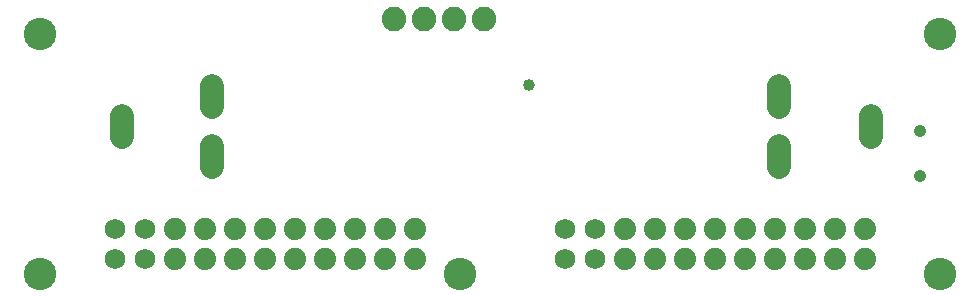
<source format=gbs>
G04 EAGLE Gerber RS-274X export*
G75*
%MOMM*%
%FSLAX34Y34*%
%LPD*%
%INbottom_mask*%
%IPPOS*%
%AMOC8*
5,1,8,0,0,1.08239X$1,22.5*%
G01*
%ADD10C,2.743200*%
%ADD11C,1.727200*%
%ADD12C,1.879600*%
%ADD13C,1.053200*%
%ADD14C,2.003200*%
%ADD15C,2.082800*%
%ADD16C,1.009600*%


D10*
X25400Y25400D03*
X25400Y228600D03*
X787400Y228600D03*
X787400Y25400D03*
X381000Y25400D03*
D11*
X88900Y38100D03*
X88900Y63500D03*
X114300Y38100D03*
X114300Y63500D03*
D12*
X139700Y38100D03*
X139700Y63500D03*
X165100Y38100D03*
X165100Y63500D03*
X190500Y38100D03*
X190500Y63500D03*
X215900Y38100D03*
X215900Y63500D03*
X241300Y38100D03*
X241300Y63500D03*
X266700Y38100D03*
X266700Y63500D03*
X292100Y38100D03*
X292100Y63500D03*
X317500Y38100D03*
X317500Y63500D03*
X342900Y38100D03*
X342900Y63500D03*
D11*
X469900Y38100D03*
X469900Y63500D03*
X495300Y38100D03*
X495300Y63500D03*
D12*
X520700Y38100D03*
X520700Y63500D03*
X546100Y38100D03*
X546100Y63500D03*
X571500Y38100D03*
X571500Y63500D03*
X596900Y38100D03*
X596900Y63500D03*
X622300Y38100D03*
X622300Y63500D03*
X647700Y38100D03*
X647700Y63500D03*
X673100Y38100D03*
X673100Y63500D03*
X698500Y38100D03*
X698500Y63500D03*
X723900Y38100D03*
X723900Y63500D03*
D13*
X770734Y108000D03*
X770734Y146000D03*
D14*
X651480Y133460D02*
X651480Y115460D01*
X728980Y141160D02*
X728980Y159160D01*
X651480Y166260D02*
X651480Y184260D01*
X171480Y184260D02*
X171480Y166260D01*
X95280Y158960D02*
X95280Y140960D01*
X171480Y133460D02*
X171480Y115460D01*
D15*
X375920Y241300D03*
X401320Y241300D03*
X325120Y241300D03*
X350520Y241300D03*
D16*
X439420Y185420D03*
M02*

</source>
